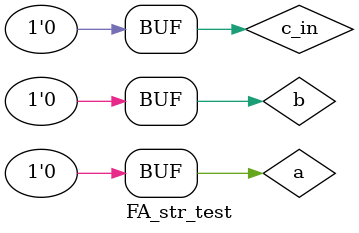
<source format=v>
`timescale 1ns / 1ps


module FA_str_test;

	// Inputs
	reg a;
	reg b;
	reg c_in;

	// Outputs
	wire c_out;
	wire sum;

	// Instantiate the Unit Under Test (UUT)
	FA_str uut (
		.c_out(c_out), 
		.sum(sum), 
		.a(a), 
		.b(b), 
		.c_in(c_in)
	);

	initial begin
		// Initialize Inputs
		a = 0;
		b = 0;
		c_in = 0;

		// Wait 100 ns for global reset to finish
		#100;
		
		
		a = 0;
		b = 0;
		c_in = 0;
		
		#20;
		
		a = 0;
		b = 0;
		c_in = 1;
		
		#20;
		
		a = 0;
		b = 1;
		c_in = 0;
		
		#20;
		
		a = 1;
		b = 1;
		c_in = 0;
		
		#20;
		
		a = 0;
		b = 1;
		c_in = 1;
		
		#20;
		
		
		
		a = 1;
		b = 0;
		c_in = 0;
		
		#20;
		
		a = 1;
		b = 0;
		c_in = 1;
		
		#20;
		
		
		
		a = 1;
		b = 1;
		c_in = 1;
		
		#20;
		
		a = 0;
		b = 0;
		c_in = 0;
		
		
		#100;
		  
		
        
		// Add stimulus here

	end
      
endmodule


</source>
